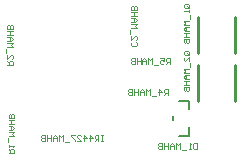
<source format=gbr>
G04*
G04 #@! TF.GenerationSoftware,Altium Limited,Altium Designer,22.4.2 (48)*
G04*
G04 Layer_Color=32896*
%FSLAX25Y25*%
%MOIN*%
G70*
G04*
G04 #@! TF.SameCoordinates,A57B437F-A86B-4AA4-8399-F8B01B8E29F7*
G04*
G04*
G04 #@! TF.FilePolarity,Positive*
G04*
G01*
G75*
%ADD10C,0.01000*%
%ADD11C,0.00787*%
%ADD12C,0.00394*%
D10*
X37500Y5807D02*
Y17815D01*
X25492Y5807D02*
Y17815D01*
Y-9941D02*
Y2067D01*
X37500Y-9941D02*
Y2067D01*
D11*
X18943Y-21707D02*
X22388D01*
X16876Y-16490D02*
Y-15112D01*
X18943Y-9896D02*
X22388D01*
Y-12750D02*
Y-9896D01*
Y-21707D02*
Y-18852D01*
D12*
X22145Y5248D02*
X20834D01*
X20506Y5576D01*
Y6232D01*
X20834Y6560D01*
X22145D01*
X22474Y6232D01*
Y5576D01*
X21817Y5904D02*
X22474Y5248D01*
Y5576D02*
X22145Y5248D01*
X22474Y3280D02*
Y4592D01*
X21162Y3280D01*
X20834D01*
X20506Y3608D01*
Y4264D01*
X20834Y4592D01*
X22802Y2624D02*
Y1312D01*
X22474Y656D02*
X20506D01*
X21162Y0D01*
X20506Y-656D01*
X22474D01*
Y-1312D02*
X21162D01*
X20506Y-1968D01*
X21162Y-2624D01*
X22474D01*
X21489D01*
Y-1312D01*
X20506Y-3280D02*
X22474D01*
X21489D01*
Y-4592D01*
X20506D01*
X22474D01*
X20506Y-5248D02*
X22474D01*
Y-6232D01*
X22145Y-6560D01*
X21817D01*
X21489Y-6232D01*
Y-5248D01*
Y-6232D01*
X21162Y-6560D01*
X20834D01*
X20506Y-6232D01*
Y-5248D01*
X-6204Y-21293D02*
X-6860D01*
X-6532D01*
Y-23261D01*
X-6204D01*
X-6860D01*
X-7844D02*
Y-21293D01*
X-8828D01*
X-9156Y-21621D01*
Y-22277D01*
X-8828Y-22605D01*
X-7844D01*
X-8500D02*
X-9156Y-23261D01*
X-10796D02*
Y-21293D01*
X-9812Y-22277D01*
X-11124D01*
X-12764Y-23261D02*
Y-21293D01*
X-11780Y-22277D01*
X-13092D01*
X-15059Y-23261D02*
X-13748D01*
X-15059Y-21949D01*
Y-21621D01*
X-14732Y-21293D01*
X-14076D01*
X-13748Y-21621D01*
X-15716Y-21293D02*
X-17027D01*
Y-21621D01*
X-15716Y-22933D01*
Y-23261D01*
X-17683Y-23589D02*
X-18995D01*
X-19651Y-23261D02*
Y-21293D01*
X-20307Y-21949D01*
X-20963Y-21293D01*
Y-23261D01*
X-21619D02*
Y-21949D01*
X-22275Y-21293D01*
X-22931Y-21949D01*
Y-23261D01*
Y-22277D01*
X-21619D01*
X-23587Y-21293D02*
Y-23261D01*
Y-22277D01*
X-24899D01*
Y-21293D01*
Y-23261D01*
X-25555Y-21293D02*
Y-23261D01*
X-26539D01*
X-26867Y-22933D01*
Y-22605D01*
X-26539Y-22277D01*
X-25555D01*
X-26539D01*
X-26867Y-21949D01*
Y-21621D01*
X-26539Y-21293D01*
X-25555D01*
X4757Y9713D02*
X5085Y9385D01*
Y8729D01*
X4757Y8401D01*
X3445D01*
X3117Y8729D01*
Y9385D01*
X3445Y9713D01*
X3117Y11681D02*
Y10369D01*
X4429Y11681D01*
X4757D01*
X5085Y11353D01*
Y10697D01*
X4757Y10369D01*
X2789Y12337D02*
Y13649D01*
X3117Y14305D02*
X5085D01*
X4429Y14961D01*
X5085Y15617D01*
X3117D01*
Y16273D02*
X4429D01*
X5085Y16928D01*
X4429Y17584D01*
X3117D01*
X4101D01*
Y16273D01*
X5085Y18240D02*
X3117D01*
X4101D01*
Y19552D01*
X5085D01*
X3117D01*
X5085Y20208D02*
X3117D01*
Y21192D01*
X3445Y21520D01*
X3773D01*
X4101Y21192D01*
Y20208D01*
Y21192D01*
X4429Y21520D01*
X4757D01*
X5085Y21192D01*
Y20208D01*
X16008Y2330D02*
Y4298D01*
X15024D01*
X14696Y3970D01*
Y3314D01*
X15024Y2986D01*
X16008D01*
X15352D02*
X14696Y2330D01*
X12729Y4298D02*
X14040D01*
Y3314D01*
X13385Y3642D01*
X13057D01*
X12729Y3314D01*
Y2658D01*
X13057Y2330D01*
X13713D01*
X14040Y2658D01*
X12073Y2002D02*
X10761D01*
X10105Y2330D02*
Y4298D01*
X9449Y3642D01*
X8793Y4298D01*
Y2330D01*
X8137D02*
Y3642D01*
X7481Y4298D01*
X6825Y3642D01*
Y2330D01*
Y3314D01*
X8137D01*
X6169Y4298D02*
Y2330D01*
Y3314D01*
X4857D01*
Y4298D01*
Y2330D01*
X4201Y4298D02*
Y2330D01*
X3217D01*
X2889Y2658D01*
Y2986D01*
X3217Y3314D01*
X4201D01*
X3217D01*
X2889Y3642D01*
Y3970D01*
X3217Y4298D01*
X4201D01*
X22145Y20832D02*
X20834D01*
X20506Y21160D01*
Y21816D01*
X20834Y22144D01*
X22145D01*
X22474Y21816D01*
Y21160D01*
X21817Y21488D02*
X22474Y20832D01*
Y21160D02*
X22145Y20832D01*
X22474Y20176D02*
Y19520D01*
Y19848D01*
X20506D01*
X20834Y20176D01*
X22802Y18536D02*
Y17224D01*
X22474Y16568D02*
X20506D01*
X21162Y15912D01*
X20506Y15256D01*
X22474D01*
Y14600D02*
X21162D01*
X20506Y13944D01*
X21162Y13288D01*
X22474D01*
X21489D01*
Y14600D01*
X20506Y12632D02*
X22474D01*
X21489D01*
Y11320D01*
X20506D01*
X22474D01*
X20506Y10664D02*
X22474D01*
Y9680D01*
X22145Y9352D01*
X21817D01*
X21489Y9680D01*
Y10664D01*
Y9680D01*
X21162Y9352D01*
X20834D01*
X20506Y9680D01*
Y10664D01*
X15221Y-7907D02*
Y-5939D01*
X14237D01*
X13909Y-6267D01*
Y-6923D01*
X14237Y-7251D01*
X15221D01*
X14565D02*
X13909Y-7907D01*
X12269D02*
Y-5939D01*
X13253Y-6923D01*
X11941D01*
X11285Y-8235D02*
X9973D01*
X9317Y-7907D02*
Y-5939D01*
X8661Y-6595D01*
X8005Y-5939D01*
Y-7907D01*
X7350D02*
Y-6595D01*
X6694Y-5939D01*
X6038Y-6595D01*
Y-7907D01*
Y-6923D01*
X7350D01*
X5382Y-5939D02*
Y-7907D01*
Y-6923D01*
X4070D01*
Y-5939D01*
Y-7907D01*
X3414Y-5939D02*
Y-7907D01*
X2430D01*
X2102Y-7579D01*
Y-7251D01*
X2430Y-6923D01*
X3414D01*
X2430D01*
X2102Y-6595D01*
Y-6267D01*
X2430Y-5939D01*
X3414D01*
X-38221Y2102D02*
X-36254D01*
Y3086D01*
X-36582Y3414D01*
X-37238D01*
X-37566Y3086D01*
Y2102D01*
Y2758D02*
X-38221Y3414D01*
Y5382D02*
Y4070D01*
X-36910Y5382D01*
X-36582D01*
X-36254Y5054D01*
Y4398D01*
X-36582Y4070D01*
X-38550Y6038D02*
Y7350D01*
X-38221Y8005D02*
X-36254D01*
X-36910Y8661D01*
X-36254Y9317D01*
X-38221D01*
Y9973D02*
X-36910D01*
X-36254Y10629D01*
X-36910Y11285D01*
X-38221D01*
X-37238D01*
Y9973D01*
X-36254Y11941D02*
X-38221D01*
X-37238D01*
Y13253D01*
X-36254D01*
X-38221D01*
X-36254Y13909D02*
X-38221D01*
Y14893D01*
X-37894Y15221D01*
X-37566D01*
X-37238Y14893D01*
Y13909D01*
Y14893D01*
X-36910Y15221D01*
X-36582D01*
X-36254Y14893D01*
Y13909D01*
X-37828Y-27262D02*
X-35860D01*
Y-26278D01*
X-36188Y-25950D01*
X-36844D01*
X-37172Y-26278D01*
Y-27262D01*
Y-26606D02*
X-37828Y-25950D01*
Y-25294D02*
Y-24638D01*
Y-24966D01*
X-35860D01*
X-36188Y-25294D01*
X-38156Y-23654D02*
Y-22342D01*
X-37828Y-21686D02*
X-35860D01*
X-36516Y-21030D01*
X-35860Y-20374D01*
X-37828D01*
Y-19718D02*
X-36516D01*
X-35860Y-19062D01*
X-36516Y-18406D01*
X-37828D01*
X-36844D01*
Y-19718D01*
X-35860Y-17750D02*
X-37828D01*
X-36844D01*
Y-16439D01*
X-35860D01*
X-37828D01*
X-35860Y-15782D02*
X-37828D01*
Y-14799D01*
X-37500Y-14471D01*
X-37172D01*
X-36844Y-14799D01*
Y-15782D01*
Y-14799D01*
X-36516Y-14471D01*
X-36188D01*
X-35860Y-14799D01*
Y-15782D01*
X24900Y-24049D02*
Y-26017D01*
X23916D01*
X23588Y-25689D01*
Y-24377D01*
X23916Y-24049D01*
X24900D01*
X22932Y-26017D02*
X22276D01*
X22604D01*
Y-24049D01*
X22932Y-24377D01*
X21292Y-26345D02*
X19980D01*
X19324Y-26017D02*
Y-24049D01*
X18668Y-24705D01*
X18012Y-24049D01*
Y-26017D01*
X17356D02*
Y-24705D01*
X16700Y-24049D01*
X16044Y-24705D01*
Y-26017D01*
Y-25033D01*
X17356D01*
X15388Y-24049D02*
Y-26017D01*
Y-25033D01*
X14076D01*
Y-24049D01*
Y-26017D01*
X13420Y-24049D02*
Y-26017D01*
X12436D01*
X12108Y-25689D01*
Y-25361D01*
X12436Y-25033D01*
X13420D01*
X12436D01*
X12108Y-24705D01*
Y-24377D01*
X12436Y-24049D01*
X13420D01*
M02*

</source>
